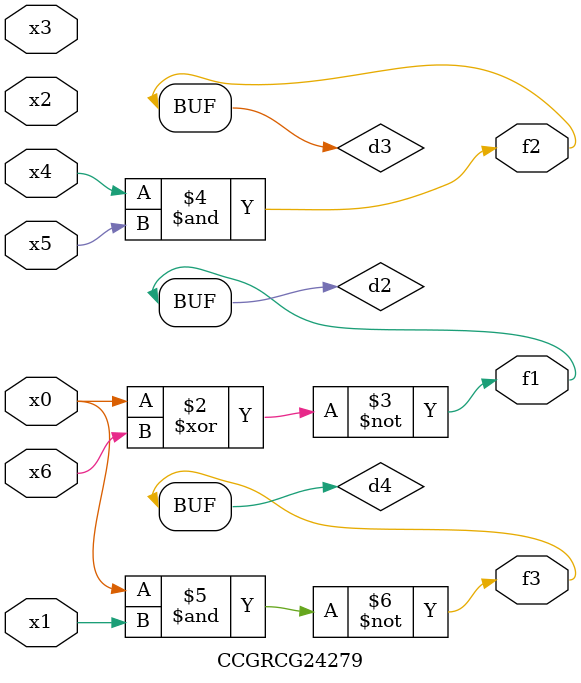
<source format=v>
module CCGRCG24279(
	input x0, x1, x2, x3, x4, x5, x6,
	output f1, f2, f3
);

	wire d1, d2, d3, d4;

	nor (d1, x0);
	xnor (d2, x0, x6);
	and (d3, x4, x5);
	nand (d4, x0, x1);
	assign f1 = d2;
	assign f2 = d3;
	assign f3 = d4;
endmodule

</source>
